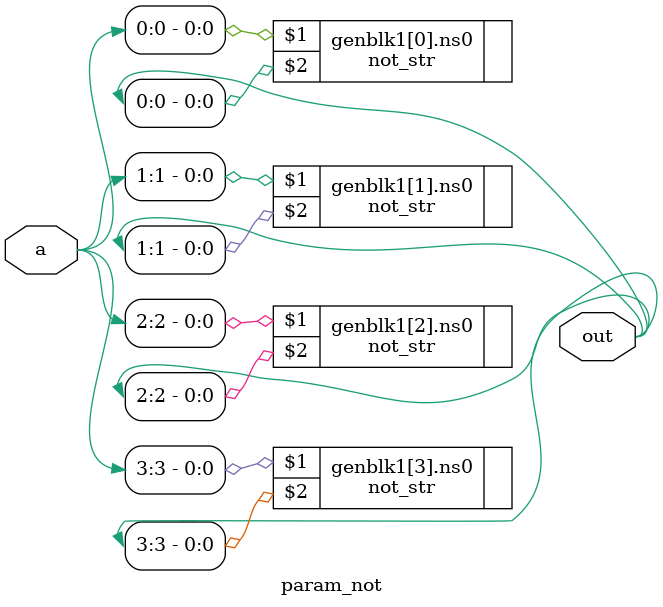
<source format=v>
`timescale 1ns / 1ps


module param_not
    #(parameter N = 4)
    (input [N-1:0] a,
     output [N-1:0] out
     );
     
     genvar i;
    generate 
        for (i = 0; i < N; i = i + 1)
            begin
                not_str ns0(a[i], out[i]);
            end
    endgenerate     
endmodule

</source>
